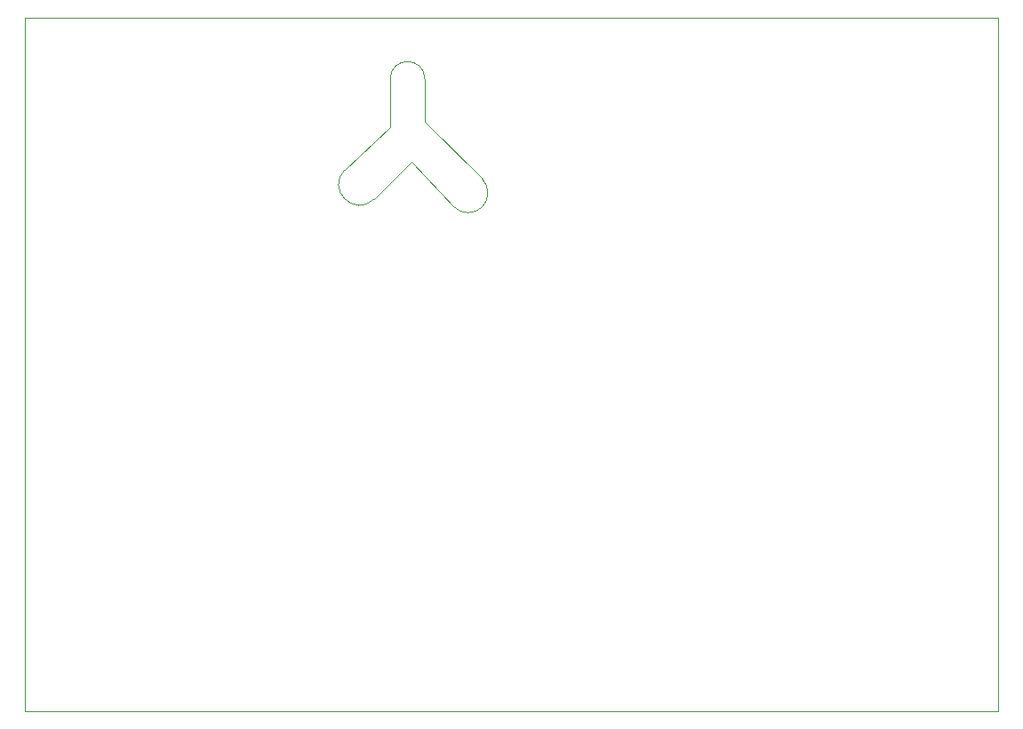
<source format=gbr>
%TF.GenerationSoftware,KiCad,Pcbnew,(6.0.1)*%
%TF.CreationDate,2022-02-14T12:04:18-05:00*%
%TF.ProjectId,pacman,7061636d-616e-42e6-9b69-6361645f7063,rev?*%
%TF.SameCoordinates,Original*%
%TF.FileFunction,Profile,NP*%
%FSLAX46Y46*%
G04 Gerber Fmt 4.6, Leading zero omitted, Abs format (unit mm)*
G04 Created by KiCad (PCBNEW (6.0.1)) date 2022-02-14 12:04:18*
%MOMM*%
%LPD*%
G01*
G04 APERTURE LIST*
%TA.AperFunction,Profile*%
%ADD10C,0.100000*%
%TD*%
G04 APERTURE END LIST*
D10*
X144399000Y-66668000D02*
X147955000Y-63112000D01*
X152019001Y-67429999D02*
G75*
G03*
X154685999Y-64763001I1333499J1333499D01*
G01*
X154685999Y-64763001D02*
X149225000Y-59302000D01*
X141605000Y-63874000D02*
G75*
G03*
X144399000Y-66668000I1397000J-1397000D01*
G01*
X152019000Y-67430000D02*
X147955000Y-63112000D01*
X203835000Y-49403000D02*
X111125000Y-49403000D01*
X203835000Y-115443000D02*
X203835000Y-49403000D01*
X149225000Y-55238000D02*
G75*
G03*
X145923000Y-55238000I-1651000J0D01*
G01*
X149225000Y-59302000D02*
X149225000Y-55238000D01*
X111125000Y-49403000D02*
X111125000Y-115443000D01*
X141605000Y-63874000D02*
X145923000Y-59810000D01*
X145923000Y-55238000D02*
X145923000Y-59810000D01*
X111125000Y-115443000D02*
X203835000Y-115443000D01*
M02*

</source>
